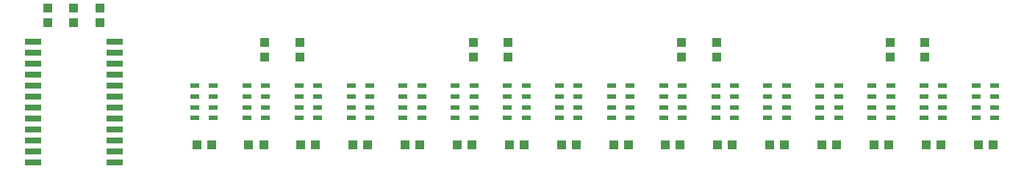
<source format=gbr>
G04 EAGLE Gerber RS-274X export*
G75*
%MOMM*%
%FSLAX34Y34*%
%LPD*%
%INSolderpaste Top*%
%IPPOS*%
%AMOC8*
5,1,8,0,0,1.08239X$1,22.5*%
G01*
%ADD10R,1.000000X1.100000*%
%ADD11R,1.100000X1.000000*%
%ADD12R,1.950000X0.650000*%
%ADD13R,1.050000X0.550000*%


D10*
X380000Y211500D03*
X380000Y228500D03*
D11*
X601500Y110000D03*
X618500Y110000D03*
X661500Y110000D03*
X678500Y110000D03*
X721500Y110000D03*
X738500Y110000D03*
D10*
X1100000Y211500D03*
X1100000Y228500D03*
X1140000Y211500D03*
X1140000Y228500D03*
D11*
X781500Y110000D03*
X798500Y110000D03*
X841500Y110000D03*
X858500Y110000D03*
X901500Y110000D03*
X918500Y110000D03*
X961500Y110000D03*
X978500Y110000D03*
D10*
X860000Y211500D03*
X860000Y228500D03*
X420000Y211500D03*
X420000Y228500D03*
X900000Y211500D03*
X900000Y228500D03*
D11*
X1021500Y110000D03*
X1038500Y110000D03*
X1081500Y110000D03*
X1098500Y110000D03*
X1141500Y110000D03*
X1158500Y110000D03*
X1201500Y110000D03*
X1218500Y110000D03*
X301500Y110000D03*
X318500Y110000D03*
X361500Y110000D03*
X378500Y110000D03*
X421500Y110000D03*
X438500Y110000D03*
X481500Y110000D03*
X498500Y110000D03*
D10*
X620000Y211500D03*
X620000Y228500D03*
X660000Y211500D03*
X660000Y228500D03*
D11*
X541500Y110000D03*
X558500Y110000D03*
D12*
X207250Y90150D03*
X207250Y102850D03*
X207250Y115550D03*
X207250Y128250D03*
X207250Y140950D03*
X207250Y153650D03*
X207250Y166350D03*
X207250Y179050D03*
X207250Y191750D03*
X207250Y204450D03*
X207250Y217150D03*
X207250Y229850D03*
X112750Y229850D03*
X112750Y217150D03*
X112750Y204450D03*
X112750Y191750D03*
X112750Y179050D03*
X112750Y166350D03*
X112750Y153650D03*
X112750Y140950D03*
X112750Y128250D03*
X112750Y115550D03*
X112750Y102850D03*
X112750Y90150D03*
D13*
X299250Y178750D03*
X299250Y166250D03*
X299250Y153750D03*
X299250Y141250D03*
X320750Y141250D03*
X320750Y153750D03*
X320750Y166250D03*
X320750Y178750D03*
X839250Y178750D03*
X839250Y166250D03*
X839250Y153750D03*
X839250Y141250D03*
X860750Y141250D03*
X860750Y153750D03*
X860750Y166250D03*
X860750Y178750D03*
X899250Y178750D03*
X899250Y166250D03*
X899250Y153750D03*
X899250Y141250D03*
X920750Y141250D03*
X920750Y153750D03*
X920750Y166250D03*
X920750Y178750D03*
X959250Y178750D03*
X959250Y166250D03*
X959250Y153750D03*
X959250Y141250D03*
X980750Y141250D03*
X980750Y153750D03*
X980750Y166250D03*
X980750Y178750D03*
X1019250Y178750D03*
X1019250Y166250D03*
X1019250Y153750D03*
X1019250Y141250D03*
X1040750Y141250D03*
X1040750Y153750D03*
X1040750Y166250D03*
X1040750Y178750D03*
X1079250Y178750D03*
X1079250Y166250D03*
X1079250Y153750D03*
X1079250Y141250D03*
X1100750Y141250D03*
X1100750Y153750D03*
X1100750Y166250D03*
X1100750Y178750D03*
X1139250Y178750D03*
X1139250Y166250D03*
X1139250Y153750D03*
X1139250Y141250D03*
X1160750Y141250D03*
X1160750Y153750D03*
X1160750Y166250D03*
X1160750Y178750D03*
X1199250Y178750D03*
X1199250Y166250D03*
X1199250Y153750D03*
X1199250Y141250D03*
X1220750Y141250D03*
X1220750Y153750D03*
X1220750Y166250D03*
X1220750Y178750D03*
X359250Y178750D03*
X359250Y166250D03*
X359250Y153750D03*
X359250Y141250D03*
X380750Y141250D03*
X380750Y153750D03*
X380750Y166250D03*
X380750Y178750D03*
X419250Y178750D03*
X419250Y166250D03*
X419250Y153750D03*
X419250Y141250D03*
X440750Y141250D03*
X440750Y153750D03*
X440750Y166250D03*
X440750Y178750D03*
X479250Y178750D03*
X479250Y166250D03*
X479250Y153750D03*
X479250Y141250D03*
X500750Y141250D03*
X500750Y153750D03*
X500750Y166250D03*
X500750Y178750D03*
X539250Y178750D03*
X539250Y166250D03*
X539250Y153750D03*
X539250Y141250D03*
X560750Y141250D03*
X560750Y153750D03*
X560750Y166250D03*
X560750Y178750D03*
X599250Y178750D03*
X599250Y166250D03*
X599250Y153750D03*
X599250Y141250D03*
X620750Y141250D03*
X620750Y153750D03*
X620750Y166250D03*
X620750Y178750D03*
X659250Y178750D03*
X659250Y166250D03*
X659250Y153750D03*
X659250Y141250D03*
X680750Y141250D03*
X680750Y153750D03*
X680750Y166250D03*
X680750Y178750D03*
X719250Y178750D03*
X719250Y166250D03*
X719250Y153750D03*
X719250Y141250D03*
X740750Y141250D03*
X740750Y153750D03*
X740750Y166250D03*
X740750Y178750D03*
X779250Y178750D03*
X779250Y166250D03*
X779250Y153750D03*
X779250Y141250D03*
X800750Y141250D03*
X800750Y153750D03*
X800750Y166250D03*
X800750Y178750D03*
D11*
X160000Y268500D03*
X160000Y251500D03*
X190000Y268500D03*
X190000Y251500D03*
X130000Y251500D03*
X130000Y268500D03*
M02*

</source>
